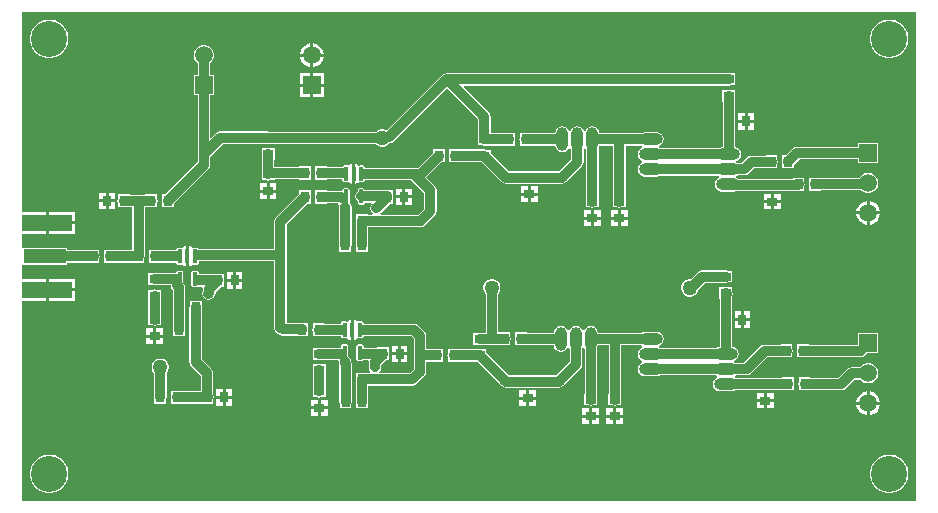
<source format=gbr>
%TF.GenerationSoftware,Altium Limited,Altium Designer,22.7.1 (60)*%
G04 Layer_Physical_Order=1*
G04 Layer_Color=255*
%FSLAX45Y45*%
%MOMM*%
%TF.SameCoordinates,8DF05635-03F1-411C-9BC5-7CD19558B576*%
%TF.FilePolarity,Positive*%
%TF.FileFunction,Copper,L1,Top,Signal*%
%TF.Part,Single*%
G01*
G75*
%TA.AperFunction,SMDPad,CuDef*%
%ADD10R,0.80000X0.90000*%
%ADD11R,0.90000X0.80000*%
%TA.AperFunction,ConnectorPad*%
%ADD12R,4.20000X1.35000*%
%ADD13R,3.60000X1.27000*%
%TA.AperFunction,SMDPad,CuDef*%
G04:AMPARAMS|DCode=14|XSize=1.19mm|YSize=0.4mm|CornerRadius=0.05mm|HoleSize=0mm|Usage=FLASHONLY|Rotation=270.000|XOffset=0mm|YOffset=0mm|HoleType=Round|Shape=RoundedRectangle|*
%AMROUNDEDRECTD14*
21,1,1.19000,0.30000,0,0,270.0*
21,1,1.09000,0.40000,0,0,270.0*
1,1,0.10000,-0.15000,-0.54500*
1,1,0.10000,-0.15000,0.54500*
1,1,0.10000,0.15000,0.54500*
1,1,0.10000,0.15000,-0.54500*
%
%ADD14ROUNDEDRECTD14*%
%TA.AperFunction,Conductor*%
%ADD15C,0.83820*%
%TA.AperFunction,ComponentPad*%
%ADD16R,1.50000X1.50000*%
%ADD17C,1.50000*%
%TA.AperFunction,WasherPad*%
%ADD18C,3.04800*%
%TA.AperFunction,ComponentPad*%
%ADD19O,2.00000X1.00000*%
%ADD20O,2.00000X1.00000*%
%ADD21O,1.00000X2.00000*%
%ADD22O,1.00000X2.00000*%
%TA.AperFunction,ViaPad*%
%ADD23C,1.27000*%
%ADD24C,0.71120*%
G36*
X10134104Y2565896D02*
X2565896D01*
Y4260100D01*
X2763200D01*
Y4353000D01*
Y4445900D01*
X2565896D01*
Y4561840D01*
X2946060D01*
Y4582410D01*
X3118340D01*
Y4580340D01*
X3218660D01*
Y4620769D01*
X3221590Y4635500D01*
X3218660Y4650231D01*
Y4690660D01*
X3118340D01*
Y4688590D01*
X2946060D01*
Y4709160D01*
X2565896D01*
Y4825100D01*
X2763200D01*
Y4918000D01*
Y5010900D01*
X2565896D01*
Y6705104D01*
X10134104D01*
Y2565896D01*
D02*
G37*
%LPC*%
G36*
X5029718Y6437700D02*
X5029200D01*
Y6350000D01*
X5116900D01*
Y6350518D01*
X5110058Y6376053D01*
X5096840Y6398947D01*
X5078147Y6417640D01*
X5055253Y6430858D01*
X5029718Y6437700D01*
D02*
G37*
G36*
X5003800D02*
X5003282D01*
X4977747Y6430858D01*
X4954853Y6417640D01*
X4936160Y6398947D01*
X4922942Y6376053D01*
X4916100Y6350518D01*
Y6350000D01*
X5003800D01*
Y6437700D01*
D02*
G37*
G36*
X9922011Y6639560D02*
X9889989D01*
X9858583Y6633313D01*
X9828999Y6621059D01*
X9802374Y6603269D01*
X9779731Y6580626D01*
X9761941Y6554001D01*
X9749687Y6524417D01*
X9743440Y6493011D01*
Y6460989D01*
X9749687Y6429583D01*
X9761941Y6399999D01*
X9779731Y6373374D01*
X9802374Y6350731D01*
X9828999Y6332941D01*
X9858583Y6320687D01*
X9889989Y6314440D01*
X9922011D01*
X9953417Y6320687D01*
X9983001Y6332941D01*
X10009626Y6350731D01*
X10032269Y6373374D01*
X10050059Y6399999D01*
X10062313Y6429583D01*
X10068560Y6460989D01*
Y6493011D01*
X10062313Y6524417D01*
X10050059Y6554001D01*
X10032269Y6580626D01*
X10009626Y6603269D01*
X9983001Y6621059D01*
X9953417Y6633313D01*
X9922011Y6639560D01*
D02*
G37*
G36*
X2810011D02*
X2777989D01*
X2746583Y6633313D01*
X2716999Y6621059D01*
X2690374Y6603269D01*
X2667731Y6580626D01*
X2649941Y6554001D01*
X2637687Y6524417D01*
X2631440Y6493011D01*
Y6460989D01*
X2637687Y6429583D01*
X2649941Y6399999D01*
X2667731Y6373374D01*
X2690374Y6350731D01*
X2716999Y6332941D01*
X2746583Y6320687D01*
X2777989Y6314440D01*
X2810011D01*
X2841417Y6320687D01*
X2871001Y6332941D01*
X2897626Y6350731D01*
X2920269Y6373374D01*
X2938059Y6399999D01*
X2950313Y6429583D01*
X2956560Y6460989D01*
Y6493011D01*
X2950313Y6524417D01*
X2938059Y6554001D01*
X2920269Y6580626D01*
X2897626Y6603269D01*
X2871001Y6621059D01*
X2841417Y6633313D01*
X2810011Y6639560D01*
D02*
G37*
G36*
X5116900Y6324600D02*
X5029200D01*
Y6236900D01*
X5029718D01*
X5055253Y6243742D01*
X5078147Y6256960D01*
X5096840Y6275653D01*
X5110058Y6298547D01*
X5116900Y6324082D01*
Y6324600D01*
D02*
G37*
G36*
X5003800D02*
X4916100D01*
Y6324082D01*
X4922942Y6298547D01*
X4936160Y6275653D01*
X4954853Y6256960D01*
X4977747Y6243742D01*
X5003282Y6236900D01*
X5003800D01*
Y6324600D01*
D02*
G37*
G36*
X5116900Y6183700D02*
X5029200D01*
Y6096000D01*
X5116900D01*
Y6183700D01*
D02*
G37*
G36*
X5003800D02*
X4916100D01*
Y6096000D01*
X5003800D01*
Y6183700D01*
D02*
G37*
G36*
X5116900Y6070600D02*
X5029200D01*
Y5982900D01*
X5116900D01*
Y6070600D01*
D02*
G37*
G36*
X5003800D02*
X4916100D01*
Y5982900D01*
X5003800D01*
Y6070600D01*
D02*
G37*
G36*
X8758700Y5848900D02*
X8706000D01*
Y5791201D01*
X8758700D01*
Y5848900D01*
D02*
G37*
G36*
X8680600D02*
X8627900D01*
Y5791201D01*
X8680600D01*
Y5848900D01*
D02*
G37*
G36*
X8758700Y5765801D02*
X8706000D01*
Y5708100D01*
X8758700D01*
Y5765801D01*
D02*
G37*
G36*
X8680600D02*
X8627900D01*
Y5708100D01*
X8680600D01*
Y5765801D01*
D02*
G37*
G36*
X4113312Y6422460D02*
X4090888D01*
X4069230Y6416656D01*
X4049811Y6405445D01*
X4033955Y6389589D01*
X4022744Y6370170D01*
X4016940Y6348512D01*
Y6326088D01*
X4022744Y6304430D01*
X4033955Y6285011D01*
X4049310Y6269656D01*
Y6168460D01*
X4016940D01*
Y5998140D01*
X4049310D01*
Y5499101D01*
X4049310Y5499100D01*
X4049310Y5499099D01*
Y5433371D01*
X3776498Y5160560D01*
X3747440D01*
Y5121312D01*
X3744510Y5106581D01*
X3744510Y5106579D01*
Y5105400D01*
X3747440Y5090669D01*
Y5050240D01*
X3847760D01*
Y5081660D01*
X4138531Y5372431D01*
X4140221Y5373560D01*
X4151729Y5390783D01*
X4155770Y5411100D01*
X4155490Y5412510D01*
Y5477109D01*
X4264991Y5586610D01*
X4645186D01*
X4647450Y5586160D01*
X4647451Y5586160D01*
X5562169D01*
X5568472Y5579858D01*
X5585268Y5570160D01*
X5604003Y5565140D01*
X5623397D01*
X5642132Y5570160D01*
X5658928Y5579858D01*
X5672642Y5593572D01*
X5672966Y5594132D01*
X5692478Y5598013D01*
X5709702Y5609521D01*
X6159500Y6059319D01*
X6423493Y5795327D01*
Y5677665D01*
X6421423D01*
Y5577345D01*
X6459022D01*
X6477285Y5573712D01*
X6477287Y5573713D01*
X6636240D01*
Y5570940D01*
X6736560D01*
Y5611369D01*
X6739490Y5626100D01*
X6736560Y5640832D01*
Y5681260D01*
X6636240D01*
Y5679893D01*
X6529673D01*
Y5817317D01*
X6525632Y5837634D01*
X6514123Y5854858D01*
X6514122Y5854858D01*
X6299404Y6069577D01*
X6304264Y6081310D01*
X8547100D01*
X8561831Y6084240D01*
X8602260D01*
Y6184560D01*
X8561831D01*
X8547100Y6187490D01*
X6159501D01*
X6159500Y6187490D01*
X6139183Y6183449D01*
X6121960Y6171940D01*
X5651849Y5701830D01*
X5642132Y5707440D01*
X5623397Y5712460D01*
X5604003D01*
X5585268Y5707440D01*
X5568472Y5697742D01*
X5563069Y5692340D01*
X4649263D01*
X4647000Y5692790D01*
X4646998Y5692790D01*
X4243000D01*
X4222683Y5688749D01*
X4205460Y5677241D01*
X4205459Y5677240D01*
X4167223Y5639004D01*
X4155490Y5643864D01*
Y5998140D01*
X4187260D01*
Y6168460D01*
X4155490D01*
Y6270256D01*
X4170245Y6285011D01*
X4181456Y6304430D01*
X4187260Y6326088D01*
Y6348512D01*
X4181456Y6370170D01*
X4170245Y6389589D01*
X4154389Y6405445D01*
X4134970Y6416656D01*
X4113312Y6422460D01*
D02*
G37*
G36*
X8547100Y6047490D02*
X8532369Y6044560D01*
X8491940D01*
Y5944240D01*
X8494010D01*
Y5778500D01*
Y5560438D01*
X8489626D01*
X8466152Y5555769D01*
X8460796Y5552190D01*
X7965530D01*
X7960173Y5555769D01*
X7958383Y5556126D01*
Y5569074D01*
X7960173Y5569431D01*
X7980073Y5582727D01*
X7993370Y5602627D01*
X7998039Y5626100D01*
X7993370Y5649573D01*
X7980073Y5669473D01*
X7960173Y5682769D01*
X7936700Y5687438D01*
X7836700D01*
X7813227Y5682769D01*
X7807870Y5679190D01*
X7452124D01*
X7448069Y5699573D01*
X7434773Y5719473D01*
X7414873Y5732770D01*
X7391400Y5737439D01*
X7367927Y5732770D01*
X7348027Y5719473D01*
X7334731Y5699573D01*
X7334374Y5697783D01*
X7321426D01*
X7321069Y5699573D01*
X7307773Y5719473D01*
X7287873Y5732769D01*
X7264400Y5737438D01*
X7240927Y5732769D01*
X7221027Y5719473D01*
X7207731Y5699573D01*
X7207374Y5697783D01*
X7194426D01*
X7194069Y5699573D01*
X7180773Y5719473D01*
X7160873Y5732770D01*
X7137400Y5737439D01*
X7113927Y5732770D01*
X7094027Y5719473D01*
X7080731Y5699573D01*
X7076676Y5679190D01*
X6876560D01*
Y5681260D01*
X6776240D01*
Y5640832D01*
X6773310Y5626100D01*
X6776240Y5611369D01*
Y5570940D01*
X6876560D01*
Y5573010D01*
X7076676D01*
X7080731Y5552627D01*
X7094027Y5532727D01*
X7113927Y5519430D01*
X7137400Y5514761D01*
X7160873Y5519430D01*
X7180773Y5532727D01*
X7191233Y5548381D01*
X7204354Y5549824D01*
X7206008Y5549374D01*
X7211310Y5543347D01*
Y5457591D01*
X7109209Y5355490D01*
X6684859D01*
X6531743Y5508607D01*
Y5537665D01*
X6492495D01*
X6477763Y5540596D01*
X6477762Y5540595D01*
X6476725D01*
X6476548Y5540631D01*
X6476546Y5540631D01*
X6280997D01*
Y5542736D01*
X6180677D01*
Y5502307D01*
X6177747Y5487576D01*
X6180677Y5472844D01*
Y5432416D01*
X6280997D01*
Y5434450D01*
X6455737D01*
X6625327Y5264860D01*
X6625328Y5264860D01*
X6642552Y5253351D01*
X6662868Y5249310D01*
X6662870Y5249310D01*
X7131199D01*
X7131200Y5249310D01*
X7151517Y5253351D01*
X7168741Y5264860D01*
X7301940Y5398059D01*
X7301940Y5398060D01*
X7313449Y5415283D01*
X7317490Y5435600D01*
Y5547270D01*
X7318232Y5548381D01*
X7331355Y5549824D01*
X7333007Y5549374D01*
X7338310Y5543347D01*
Y5149360D01*
X7336240D01*
Y5049040D01*
X7376669D01*
X7391400Y5046110D01*
X7406131Y5049040D01*
X7446560D01*
Y5149360D01*
X7444490D01*
Y5547270D01*
X7448069Y5552627D01*
X7452124Y5573010D01*
X7566910D01*
Y5149360D01*
X7564840D01*
Y5049040D01*
X7605269D01*
X7620000Y5046110D01*
X7634731Y5049040D01*
X7675160D01*
Y5149360D01*
X7673090D01*
Y5573010D01*
X7807870D01*
X7813227Y5569431D01*
X7815017Y5569074D01*
Y5556126D01*
X7813227Y5555769D01*
X7793327Y5542473D01*
X7780031Y5522573D01*
X7775362Y5499100D01*
X7780031Y5475627D01*
X7793327Y5455727D01*
X7813227Y5442431D01*
X7815017Y5442074D01*
Y5429126D01*
X7813227Y5428769D01*
X7793327Y5415473D01*
X7780030Y5395573D01*
X7775361Y5372100D01*
X7780030Y5348627D01*
X7793327Y5328727D01*
X7813227Y5315431D01*
X7836700Y5310762D01*
X7936700D01*
X7960173Y5315431D01*
X7965530Y5319010D01*
X8460796D01*
X8466153Y5315431D01*
X8467943Y5315074D01*
Y5302126D01*
X8466152Y5301769D01*
X8446253Y5288473D01*
X8432956Y5268573D01*
X8428287Y5245100D01*
X8432956Y5221627D01*
X8446253Y5201727D01*
X8466152Y5188431D01*
X8489626Y5183762D01*
X8589626D01*
X8600064Y5185838D01*
X8600204Y5185810D01*
X8600205Y5185810D01*
X9132479D01*
X9132480Y5185810D01*
X9152797Y5189851D01*
X9152930Y5189940D01*
X9187660D01*
Y5229189D01*
X9190590Y5243920D01*
Y5245100D01*
X9187660Y5259831D01*
Y5300260D01*
X9087340D01*
Y5291990D01*
X8627735D01*
X8613099Y5301769D01*
X8611309Y5302126D01*
Y5315074D01*
X8613099Y5315431D01*
X8623089Y5322106D01*
X8678945D01*
X8678946Y5322105D01*
X8699263Y5326147D01*
X8716487Y5337655D01*
X8761341Y5382510D01*
X8858740D01*
Y5380440D01*
X8959060D01*
Y5420869D01*
X8961990Y5435600D01*
X8959060Y5450331D01*
Y5490760D01*
X8858740D01*
Y5488690D01*
X8739351D01*
X8739350Y5488690D01*
X8719033Y5484649D01*
X8701810Y5473140D01*
X8701809Y5473139D01*
X8656955Y5428286D01*
X8613823D01*
X8613099Y5428769D01*
X8611309Y5429126D01*
Y5442074D01*
X8613099Y5442431D01*
X8632999Y5455727D01*
X8646295Y5475627D01*
X8650964Y5499100D01*
X8646295Y5522573D01*
X8632999Y5542473D01*
X8613099Y5555769D01*
X8600190Y5558337D01*
Y5723340D01*
X8603460D01*
Y5833660D01*
X8600190D01*
Y5944240D01*
X8602260D01*
Y6044560D01*
X8561831D01*
X8547100Y6047490D01*
D02*
G37*
G36*
X9813360Y5596960D02*
X9643040D01*
Y5564890D01*
X9125100D01*
X9104783Y5560849D01*
X9087560Y5549340D01*
X9028979Y5490760D01*
X8998740D01*
Y5451512D01*
X8995810Y5436780D01*
X8995810Y5436779D01*
Y5435600D01*
X8998740Y5420869D01*
Y5380440D01*
X9099060D01*
Y5410679D01*
X9147091Y5458710D01*
X9643040D01*
Y5426640D01*
X9813360D01*
Y5596960D01*
D02*
G37*
G36*
X5358200Y5420996D02*
X5355900D01*
X5344038Y5418636D01*
X5333983Y5411917D01*
X5328264Y5403359D01*
X5320900Y5406409D01*
X5290900D01*
X5279297Y5401603D01*
X5276226Y5394190D01*
X5148160D01*
Y5396260D01*
X5047840D01*
Y5355832D01*
X5044910Y5341100D01*
X5047840Y5326369D01*
Y5285940D01*
X5148160D01*
Y5288010D01*
X5274491D01*
Y5281000D01*
X5279297Y5269397D01*
X5290900Y5264591D01*
X5320900D01*
X5328264Y5267641D01*
X5333983Y5259083D01*
X5344038Y5252364D01*
X5355900Y5250004D01*
X5358200D01*
Y5335500D01*
Y5420996D01*
D02*
G37*
G36*
X6140997Y5542736D02*
X6040677D01*
Y5511316D01*
X5916451Y5387090D01*
X5880401D01*
X5880400Y5387090D01*
X5880399Y5387090D01*
X5467309D01*
Y5390000D01*
X5462503Y5401603D01*
X5450900Y5406409D01*
X5420900D01*
X5413536Y5403359D01*
X5407817Y5411917D01*
X5397761Y5418636D01*
X5385900Y5420996D01*
X5383600D01*
Y5335500D01*
Y5250004D01*
X5385900D01*
X5397761Y5252364D01*
X5407817Y5259083D01*
X5413536Y5267641D01*
X5420900Y5264591D01*
X5450900D01*
X5462503Y5269397D01*
X5467272Y5280910D01*
X5858409D01*
X5967010Y5172309D01*
Y5038491D01*
X5916309Y4987790D01*
X5598502D01*
X5594650Y5000490D01*
X5600440Y5004360D01*
X5678820Y5082740D01*
X5706660D01*
Y5193060D01*
X5668648D01*
X5650900Y5196590D01*
X5467309D01*
Y5198000D01*
X5462503Y5209603D01*
X5450900Y5214409D01*
X5420900D01*
X5409297Y5209603D01*
X5404491Y5198000D01*
Y5185137D01*
X5398360Y5181040D01*
X5386851Y5163817D01*
X5382810Y5143500D01*
X5386851Y5123183D01*
X5398360Y5105960D01*
X5404491Y5101863D01*
Y5089000D01*
X5409297Y5077397D01*
X5420900Y5072591D01*
X5450900D01*
X5462503Y5077397D01*
X5467309Y5089000D01*
Y5090410D01*
X5520657D01*
X5524203Y5077710D01*
X5513851Y5062217D01*
X5509810Y5041900D01*
X5513851Y5021583D01*
X5525360Y5004360D01*
X5531150Y5000490D01*
X5527298Y4987790D01*
X5491060D01*
Y4989860D01*
X5390740D01*
Y4949432D01*
X5387810Y4934700D01*
Y4731500D01*
X5390740Y4716769D01*
Y4676340D01*
X5491060D01*
Y4716769D01*
X5493990Y4731500D01*
Y4881610D01*
X5938299D01*
X5938300Y4881610D01*
X5958617Y4885651D01*
X5975841Y4897160D01*
X6057640Y4978960D01*
X6069149Y4996183D01*
X6073190Y5016500D01*
X6073190Y5016501D01*
Y5194300D01*
X6069149Y5214617D01*
X6057640Y5231840D01*
X6057640Y5231841D01*
X5984502Y5304979D01*
X6111938Y5432416D01*
X6140997D01*
Y5471664D01*
X6143928Y5486395D01*
X6143927Y5486397D01*
Y5487576D01*
X6140997Y5502307D01*
Y5542736D01*
D02*
G37*
G36*
X4647000Y5552791D02*
X4632268Y5549860D01*
X4591840D01*
Y5449540D01*
X4593910D01*
Y5378560D01*
X4591840D01*
Y5278240D01*
X4632269D01*
X4647000Y5275310D01*
X4648179D01*
X4648180Y5275310D01*
X4662912Y5278240D01*
X4702160D01*
Y5288010D01*
X4907840D01*
Y5285940D01*
X5008160D01*
Y5326369D01*
X5011090Y5341100D01*
X5008160Y5355832D01*
Y5396260D01*
X4907840D01*
Y5394190D01*
X4700090D01*
Y5449540D01*
X4702160D01*
Y5549860D01*
X4661731D01*
X4647000Y5552791D01*
D02*
G37*
G36*
X4717400Y5253800D02*
X4659700D01*
Y5201100D01*
X4717400D01*
Y5253800D01*
D02*
G37*
G36*
X4634300D02*
X4576600D01*
Y5201100D01*
X4634300D01*
Y5253800D01*
D02*
G37*
G36*
X5320900Y5214409D02*
X5290900D01*
X5279297Y5209603D01*
X5274491Y5198000D01*
X5265510Y5190630D01*
X5263700Y5190991D01*
X5263698Y5190990D01*
X5148160D01*
Y5193060D01*
X5047840D01*
Y5152632D01*
X5044910Y5137900D01*
X5047840Y5123169D01*
Y5082740D01*
X5148160D01*
Y5084810D01*
X5238487D01*
X5241768Y5081063D01*
X5246654Y5072421D01*
X5243110Y5054600D01*
X5247151Y5034283D01*
X5247810Y5033297D01*
Y4934700D01*
Y4731500D01*
X5250740Y4716769D01*
Y4676340D01*
X5351060D01*
Y4716769D01*
X5353990Y4731500D01*
Y4934700D01*
Y5049899D01*
X5353990Y5049900D01*
X5349949Y5070217D01*
X5338440Y5087440D01*
X5338440Y5087441D01*
X5337183Y5088697D01*
X5337309Y5089000D01*
Y5198000D01*
X5332503Y5209603D01*
X5320900Y5214409D01*
D02*
G37*
G36*
X6928400Y5227800D02*
X6870700D01*
Y5175100D01*
X6928400D01*
Y5227800D01*
D02*
G37*
G36*
X6845300D02*
X6787600D01*
Y5175100D01*
X6845300D01*
Y5227800D01*
D02*
G37*
G36*
X9739412Y5342960D02*
X9716988D01*
X9695330Y5337156D01*
X9675911Y5325945D01*
X9660055Y5310089D01*
X9654970Y5301281D01*
X9279410D01*
X9274279Y5300260D01*
X9227340D01*
Y5261012D01*
X9224410Y5246281D01*
X9224410Y5246280D01*
Y5245100D01*
X9227340Y5230369D01*
Y5189940D01*
X9327660D01*
Y5195101D01*
X9670465D01*
X9675911Y5189655D01*
X9695330Y5178444D01*
X9716988Y5172640D01*
X9739412D01*
X9761070Y5178444D01*
X9780489Y5189655D01*
X9796345Y5205511D01*
X9807556Y5224930D01*
X9813360Y5246588D01*
Y5269012D01*
X9807556Y5290670D01*
X9796345Y5310089D01*
X9780489Y5325945D01*
X9761070Y5337156D01*
X9739412Y5342960D01*
D02*
G37*
G36*
X5861900Y5208300D02*
X5809199D01*
Y5150600D01*
X5861900D01*
Y5208300D01*
D02*
G37*
G36*
X5783799D02*
X5731100D01*
Y5150600D01*
X5783799D01*
Y5208300D01*
D02*
G37*
G36*
X4717400Y5175700D02*
X4659700D01*
Y5123000D01*
X4717400D01*
Y5175700D01*
D02*
G37*
G36*
X4634300D02*
X4576600D01*
Y5123000D01*
X4634300D01*
Y5175700D01*
D02*
G37*
G36*
X3348500Y5175800D02*
X3295800D01*
Y5118100D01*
X3348500D01*
Y5175800D01*
D02*
G37*
G36*
X3270400D02*
X3217700D01*
Y5118100D01*
X3270400D01*
Y5175800D01*
D02*
G37*
G36*
X8985800Y5164300D02*
X8928100D01*
Y5111600D01*
X8985800D01*
Y5164300D01*
D02*
G37*
G36*
X8902700D02*
X8845000D01*
Y5111600D01*
X8902700D01*
Y5164300D01*
D02*
G37*
G36*
X6928400Y5149700D02*
X6870700D01*
Y5097000D01*
X6928400D01*
Y5149700D01*
D02*
G37*
G36*
X6845300D02*
X6787600D01*
Y5097000D01*
X6845300D01*
Y5149700D01*
D02*
G37*
G36*
X5861900Y5125200D02*
X5809199D01*
Y5067500D01*
X5861900D01*
Y5125200D01*
D02*
G37*
G36*
X5783799D02*
X5731100D01*
Y5067500D01*
X5783799D01*
Y5125200D01*
D02*
G37*
G36*
X3348500Y5092700D02*
X3295800D01*
Y5035000D01*
X3348500D01*
Y5092700D01*
D02*
G37*
G36*
X3270400D02*
X3217700D01*
Y5035000D01*
X3270400D01*
Y5092700D01*
D02*
G37*
G36*
X8985800Y5086200D02*
X8928100D01*
Y5033500D01*
X8985800D01*
Y5086200D01*
D02*
G37*
G36*
X8902700D02*
X8845000D01*
Y5033500D01*
X8902700D01*
Y5086200D01*
D02*
G37*
G36*
X9741418Y5104200D02*
X9740900D01*
Y5016500D01*
X9828600D01*
Y5017018D01*
X9821758Y5042553D01*
X9808540Y5065447D01*
X9789847Y5084140D01*
X9766953Y5097358D01*
X9741418Y5104200D01*
D02*
G37*
G36*
X9715500D02*
X9714982D01*
X9689447Y5097358D01*
X9666553Y5084140D01*
X9647860Y5065447D01*
X9634642Y5042553D01*
X9627800Y5017018D01*
Y5016500D01*
X9715500D01*
Y5104200D01*
D02*
G37*
G36*
X7690400Y5024600D02*
X7632700D01*
Y4971900D01*
X7690400D01*
Y5024600D01*
D02*
G37*
G36*
X7461800D02*
X7404100D01*
Y4971900D01*
X7461800D01*
Y5024600D01*
D02*
G37*
G36*
X7607300D02*
X7549600D01*
Y4971900D01*
X7607300D01*
Y5024600D01*
D02*
G37*
G36*
X7378700D02*
X7321000D01*
Y4971900D01*
X7378700D01*
Y5024600D01*
D02*
G37*
G36*
X3011300Y5010900D02*
X2788600D01*
Y4930700D01*
X3011300D01*
Y5010900D01*
D02*
G37*
G36*
X9828600Y4991100D02*
X9740900D01*
Y4903400D01*
X9741418D01*
X9766953Y4910242D01*
X9789847Y4923460D01*
X9808540Y4942153D01*
X9821758Y4965047D01*
X9828600Y4990582D01*
Y4991100D01*
D02*
G37*
G36*
X9715500D02*
X9627800D01*
Y4990582D01*
X9634642Y4965047D01*
X9647860Y4942153D01*
X9666553Y4923460D01*
X9689447Y4910242D01*
X9714982Y4903400D01*
X9715500D01*
Y4991100D01*
D02*
G37*
G36*
X7690400Y4946500D02*
X7632700D01*
Y4893800D01*
X7690400D01*
Y4946500D01*
D02*
G37*
G36*
X7607300D02*
X7549600D01*
Y4893800D01*
X7607300D01*
Y4946500D01*
D02*
G37*
G36*
X7461800D02*
X7404100D01*
Y4893800D01*
X7461800D01*
Y4946500D01*
D02*
G37*
G36*
X7378700D02*
X7321000D01*
Y4893800D01*
X7378700D01*
Y4946500D01*
D02*
G37*
G36*
X3011300Y4905300D02*
X2788600D01*
Y4825100D01*
X3011300D01*
Y4905300D01*
D02*
G37*
G36*
X3950959Y4721505D02*
X3948660D01*
X3936798Y4719146D01*
X3926742Y4712427D01*
X3921024Y4703868D01*
X3913659Y4706919D01*
X3883659D01*
X3872057Y4702113D01*
X3867250Y4690510D01*
Y4688590D01*
X3739960D01*
Y4690660D01*
X3639640D01*
Y4650231D01*
X3636710Y4635500D01*
X3639640Y4620769D01*
Y4580340D01*
X3739960D01*
Y4582410D01*
X3867250D01*
Y4581510D01*
X3872057Y4569907D01*
X3883659Y4565101D01*
X3913659D01*
X3921024Y4568151D01*
X3926742Y4559593D01*
X3936798Y4552874D01*
X3948660Y4550514D01*
X3950959D01*
Y4636010D01*
Y4721505D01*
D02*
G37*
G36*
X5008160Y5193060D02*
X4907840D01*
Y5161641D01*
X4712260Y4966060D01*
X4700751Y4948837D01*
X4696710Y4928520D01*
X4696710Y4928519D01*
Y4701290D01*
X4064000D01*
X4056243Y4699747D01*
X4055263Y4702113D01*
X4043660Y4706919D01*
X4013660D01*
X4006295Y4703868D01*
X4000577Y4712427D01*
X3990521Y4719146D01*
X3978660Y4721505D01*
X3976359D01*
Y4636010D01*
Y4550514D01*
X3978660D01*
X3990521Y4552874D01*
X4000577Y4559593D01*
X4006295Y4568151D01*
X4013660Y4565101D01*
X4043660D01*
X4055263Y4569907D01*
X4060069Y4581510D01*
Y4591884D01*
X4064000Y4595110D01*
X4696710D01*
Y4025900D01*
X4700751Y4005583D01*
X4712260Y3988360D01*
X4729483Y3976851D01*
X4739326Y3974893D01*
X4750777Y3967241D01*
X4771094Y3963200D01*
X4771095Y3963200D01*
X4883640D01*
Y3958040D01*
X4983960D01*
Y3998469D01*
X4986890Y4013200D01*
Y4014381D01*
X4983960Y4029112D01*
Y4068360D01*
X4937021D01*
X4931890Y4069381D01*
X4931889Y4069380D01*
X4802890D01*
Y4648200D01*
Y4906529D01*
X4979101Y5082740D01*
X5008160D01*
Y5121988D01*
X5011090Y5136720D01*
X5011090Y5136721D01*
Y5137900D01*
X5008160Y5152632D01*
Y5193060D01*
D02*
G37*
G36*
X3473260Y5160560D02*
X3372940D01*
Y5120132D01*
X3370010Y5105400D01*
X3372940Y5090669D01*
Y5050240D01*
X3473260D01*
Y5052310D01*
X3496710D01*
Y4688590D01*
X3358660D01*
Y4690660D01*
X3258340D01*
Y4650231D01*
X3255410Y4635500D01*
X3258340Y4620769D01*
Y4580340D01*
X3358660D01*
Y4582410D01*
X3499640D01*
Y4580340D01*
X3599960D01*
Y4620769D01*
X3602890Y4635500D01*
Y5039425D01*
X3607440Y5050240D01*
X3707760D01*
Y5090669D01*
X3710690Y5105400D01*
X3707760Y5120131D01*
Y5160560D01*
X3607440D01*
Y5158490D01*
X3556301D01*
X3556300Y5158490D01*
X3556299Y5158490D01*
X3473260D01*
Y5160560D01*
D02*
G37*
G36*
X4428300Y4502700D02*
X4375600D01*
Y4445000D01*
X4428300D01*
Y4502700D01*
D02*
G37*
G36*
X4350200D02*
X4297500D01*
Y4445000D01*
X4350200D01*
Y4502700D01*
D02*
G37*
G36*
X8323985Y4517290D02*
X8303668Y4513249D01*
X8286444Y4501741D01*
X8227044Y4442340D01*
X8226597Y4442460D01*
X8207203D01*
X8188468Y4437440D01*
X8171672Y4427742D01*
X8157958Y4414028D01*
X8148260Y4397232D01*
X8143240Y4378497D01*
Y4359103D01*
X8148260Y4340368D01*
X8157958Y4323572D01*
X8171672Y4309858D01*
X8188468Y4300160D01*
X8207203Y4295140D01*
X8226597D01*
X8245332Y4300160D01*
X8262128Y4309858D01*
X8275842Y4323572D01*
X8285540Y4340368D01*
X8289313Y4354447D01*
X8345975Y4411110D01*
X8521700D01*
X8536431Y4414040D01*
X8576860D01*
Y4514360D01*
X8536431D01*
X8521700Y4517290D01*
X8323986D01*
X8323985Y4517290D01*
D02*
G37*
G36*
X3011300Y4445900D02*
X2788600D01*
Y4365700D01*
X3011300D01*
Y4445900D01*
D02*
G37*
G36*
X4428300Y4419600D02*
X4375600D01*
Y4361900D01*
X4428300D01*
Y4419600D01*
D02*
G37*
G36*
X4350200D02*
X4297500D01*
Y4361900D01*
X4350200D01*
Y4419600D01*
D02*
G37*
G36*
X4043660Y4514919D02*
X4013660D01*
X4002057Y4510113D01*
X3997251Y4498510D01*
Y4389510D01*
X4002057Y4377907D01*
X4013660Y4373100D01*
X4043660D01*
X4055263Y4377907D01*
X4055802Y4379210D01*
X4087144D01*
X4097567Y4366509D01*
X4095672Y4356981D01*
X4095672Y4356980D01*
Y4345904D01*
X4091451Y4339587D01*
X4087410Y4319270D01*
X4091451Y4298954D01*
X4102960Y4281730D01*
X4120183Y4270221D01*
X4140500Y4266180D01*
X4160817Y4270221D01*
X4178040Y4281730D01*
X4186302Y4289992D01*
X4197811Y4307215D01*
X4201852Y4327532D01*
Y4334990D01*
X4244001Y4377140D01*
X4273060D01*
Y4416388D01*
X4275990Y4431119D01*
Y4432300D01*
X4273060Y4447031D01*
Y4487460D01*
X4172740D01*
Y4485390D01*
X4060069D01*
Y4498510D01*
X4055263Y4510113D01*
X4043660Y4514919D01*
D02*
G37*
G36*
X3011300Y4340300D02*
X2788600D01*
Y4260100D01*
X3011300D01*
Y4340300D01*
D02*
G37*
G36*
X8727216Y4169246D02*
X8674517D01*
Y4111547D01*
X8727216D01*
Y4169246D01*
D02*
G37*
G36*
X8649117D02*
X8596416D01*
Y4111547D01*
X8649117D01*
Y4169246D01*
D02*
G37*
G36*
X5346700Y4098696D02*
X5344400D01*
X5332538Y4096336D01*
X5322483Y4089617D01*
X5316764Y4081059D01*
X5309400Y4084109D01*
X5279400D01*
X5267797Y4079303D01*
X5262991Y4067700D01*
Y4066290D01*
X5123960D01*
Y4068360D01*
X5023640D01*
Y4027931D01*
X5020710Y4013200D01*
X5023640Y3998469D01*
Y3958040D01*
X5123960D01*
Y3960110D01*
X5262991D01*
Y3958700D01*
X5267797Y3947097D01*
X5279400Y3942291D01*
X5309400D01*
X5316764Y3945341D01*
X5322483Y3936783D01*
X5332538Y3930064D01*
X5344400Y3927704D01*
X5346700D01*
Y4013200D01*
Y4098696D01*
D02*
G37*
G36*
X3686407Y4356162D02*
X3671676Y4353232D01*
X3631247D01*
Y4252913D01*
X3633317D01*
Y4150490D01*
X3631247D01*
Y4050170D01*
X3671676D01*
X3686407Y4047240D01*
X3701138Y4050170D01*
X3741567D01*
Y4150490D01*
X3739497D01*
Y4252913D01*
X3741567D01*
Y4353232D01*
X3701138D01*
X3686407Y4356162D01*
D02*
G37*
G36*
X8727216Y4086147D02*
X8674517D01*
Y4028447D01*
X8727216D01*
Y4086147D01*
D02*
G37*
G36*
X8649117D02*
X8596416D01*
Y4028447D01*
X8649117D01*
Y4086147D01*
D02*
G37*
G36*
X3756807Y4025730D02*
X3699107D01*
Y3973030D01*
X3756807D01*
Y4025730D01*
D02*
G37*
G36*
X3673707D02*
X3616007D01*
Y3973030D01*
X3673707D01*
Y4025730D01*
D02*
G37*
G36*
X3913659Y4514919D02*
X3883659D01*
X3872057Y4510113D01*
X3867250Y4498510D01*
Y4496787D01*
X3864109Y4496162D01*
X3686407D01*
X3671676Y4493232D01*
X3631247D01*
Y4392912D01*
X3671676D01*
X3686407Y4389982D01*
X3820996D01*
X3824751Y4371104D01*
X3836260Y4353880D01*
X3837700Y4352440D01*
Y4205611D01*
X3837700Y4205610D01*
X3839610Y4196008D01*
Y4013200D01*
X3842540Y3998469D01*
Y3958040D01*
X3942860D01*
Y3998469D01*
X3945790Y4013200D01*
Y4203700D01*
X3943880Y4213302D01*
Y4374430D01*
X3939839Y4394747D01*
X3930069Y4409370D01*
Y4498510D01*
X3925262Y4510113D01*
X3913659Y4514919D01*
D02*
G37*
G36*
X3756807Y3947630D02*
X3699107D01*
Y3894930D01*
X3756807D01*
Y3947630D01*
D02*
G37*
G36*
X3673707D02*
X3616007D01*
Y3894930D01*
X3673707D01*
Y3947630D01*
D02*
G37*
G36*
X9813360Y3984060D02*
X9643040D01*
Y3888821D01*
X9642709Y3888490D01*
X9226060D01*
Y3890560D01*
X9125740D01*
Y3850131D01*
X9122810Y3835400D01*
X9125740Y3820669D01*
Y3780240D01*
X9226060D01*
Y3782310D01*
X9664698D01*
X9664700Y3782309D01*
X9685016Y3786351D01*
X9702240Y3797859D01*
X9718121Y3813740D01*
X9813360D01*
Y3984060D01*
D02*
G37*
G36*
X6550197Y4442460D02*
X6530803D01*
X6512068Y4437440D01*
X6495272Y4427742D01*
X6481558Y4414028D01*
X6471860Y4397232D01*
X6466840Y4378497D01*
Y4359103D01*
X6471860Y4340368D01*
X6481558Y4323572D01*
X6487410Y4317719D01*
Y3990090D01*
X6438900D01*
X6424167Y3987160D01*
X6383740D01*
Y3886840D01*
X6424169D01*
X6438900Y3883910D01*
X6438903Y3883910D01*
X6598140D01*
Y3881840D01*
X6698460D01*
Y3922269D01*
X6701390Y3937000D01*
X6698460Y3951731D01*
Y3992160D01*
X6598140D01*
X6593590Y4002975D01*
Y4317719D01*
X6599442Y4323572D01*
X6609140Y4340368D01*
X6614160Y4359103D01*
Y4378497D01*
X6609140Y4397232D01*
X6599442Y4414028D01*
X6585728Y4427742D01*
X6568932Y4437440D01*
X6550197Y4442460D01*
D02*
G37*
G36*
X8522880Y4377290D02*
X8522879Y4377290D01*
X8521700D01*
X8506969Y4374360D01*
X8466540D01*
Y4274040D01*
X8468610D01*
Y3870724D01*
X8448227Y3866669D01*
X8442870Y3863090D01*
X7965530D01*
X7960173Y3866669D01*
X7958383Y3867026D01*
Y3879974D01*
X7960173Y3880331D01*
X7980073Y3893627D01*
X7993370Y3913527D01*
X7998039Y3937000D01*
X7993370Y3960473D01*
X7980073Y3980373D01*
X7960173Y3993669D01*
X7936700Y3998338D01*
X7836700D01*
X7813227Y3993669D01*
X7807870Y3990090D01*
X7439424D01*
X7435369Y4010473D01*
X7422073Y4030373D01*
X7402173Y4043670D01*
X7378700Y4048339D01*
X7355227Y4043670D01*
X7335327Y4030373D01*
X7322031Y4010473D01*
X7321674Y4008683D01*
X7308726D01*
X7308369Y4010473D01*
X7295073Y4030373D01*
X7275173Y4043669D01*
X7251700Y4048338D01*
X7228227Y4043669D01*
X7208327Y4030373D01*
X7195031Y4010473D01*
X7194674Y4008683D01*
X7181726D01*
X7181369Y4010473D01*
X7168073Y4030373D01*
X7148173Y4043670D01*
X7124700Y4048339D01*
X7101227Y4043670D01*
X7081327Y4030373D01*
X7068031Y4010473D01*
X7063976Y3990090D01*
X6838460D01*
Y3992160D01*
X6738140D01*
Y3951731D01*
X6735210Y3937000D01*
X6738140Y3922269D01*
Y3881840D01*
X6838460D01*
Y3883910D01*
X7063976D01*
X7068031Y3863527D01*
X7081327Y3843627D01*
X7101227Y3830330D01*
X7124700Y3825661D01*
X7148173Y3830330D01*
X7168073Y3843627D01*
X7178533Y3859281D01*
X7191654Y3860724D01*
X7193308Y3860274D01*
X7198610Y3854247D01*
Y3743091D01*
X7083809Y3628290D01*
X6683871D01*
X6494060Y3818101D01*
Y3847160D01*
X6455416D01*
X6439930Y3850240D01*
X6439929Y3850240D01*
X6266960D01*
Y3852460D01*
X6166640D01*
Y3812032D01*
X6163710Y3797300D01*
X6166640Y3782569D01*
Y3742140D01*
X6266960D01*
Y3744060D01*
X6417939D01*
X6624339Y3537660D01*
X6624340Y3537660D01*
X6641564Y3526151D01*
X6661880Y3522110D01*
X6661882Y3522110D01*
X7105799D01*
X7105800Y3522110D01*
X7126117Y3526151D01*
X7143341Y3537660D01*
X7289240Y3683560D01*
X7300749Y3700783D01*
X7304790Y3721100D01*
X7304790Y3721101D01*
Y3858170D01*
X7305532Y3859281D01*
X7318655Y3860724D01*
X7320307Y3860274D01*
X7325610Y3854247D01*
Y3472960D01*
X7323540D01*
Y3372640D01*
X7363969D01*
X7378700Y3369710D01*
X7393431Y3372640D01*
X7433860D01*
Y3472960D01*
X7431790D01*
Y3858170D01*
X7435369Y3863527D01*
X7439424Y3883910D01*
X7528810D01*
Y3472960D01*
X7526740D01*
Y3372640D01*
X7567169D01*
X7581900Y3369710D01*
X7596631Y3372640D01*
X7637060D01*
Y3472960D01*
X7634990D01*
Y3883910D01*
X7807870D01*
X7813227Y3880331D01*
X7815017Y3879974D01*
Y3867026D01*
X7813227Y3866669D01*
X7793327Y3853373D01*
X7780031Y3833473D01*
X7775362Y3810000D01*
X7780031Y3786527D01*
X7793327Y3766627D01*
X7813227Y3753331D01*
X7815017Y3752974D01*
Y3740026D01*
X7813227Y3739669D01*
X7793327Y3726373D01*
X7780030Y3706473D01*
X7775361Y3683000D01*
X7780030Y3659527D01*
X7793327Y3639627D01*
X7813227Y3626331D01*
X7836700Y3621662D01*
X7936700D01*
X7960173Y3626331D01*
X7965530Y3629910D01*
X8442870D01*
X8448227Y3626331D01*
X8450017Y3625974D01*
Y3613026D01*
X8448227Y3612669D01*
X8428327Y3599373D01*
X8415030Y3579473D01*
X8410361Y3556000D01*
X8415030Y3532527D01*
X8428327Y3512627D01*
X8448227Y3499331D01*
X8471700Y3494662D01*
X8571700D01*
X8595173Y3499331D01*
X8600530Y3502910D01*
X8844520D01*
X8846290Y3503262D01*
X8855659Y3501398D01*
X8859460Y3502155D01*
X8998440D01*
Y3500840D01*
X9098760D01*
Y3541269D01*
X9101690Y3556000D01*
X9098760Y3570731D01*
Y3611160D01*
X8998440D01*
Y3608335D01*
X8856416D01*
X8856415Y3608335D01*
X8852366Y3607529D01*
X8844520Y3609090D01*
X8600530D01*
X8599419Y3609833D01*
X8597976Y3622954D01*
X8598426Y3624608D01*
X8604453Y3629910D01*
X8699499D01*
X8699500Y3629910D01*
X8719817Y3633951D01*
X8737040Y3645460D01*
X8873890Y3782310D01*
X8985740D01*
Y3780240D01*
X9086060D01*
Y3820669D01*
X9088990Y3835400D01*
X9086060Y3850131D01*
Y3890560D01*
X8985740D01*
Y3888490D01*
X8851901D01*
X8851900Y3888490D01*
X8831583Y3884449D01*
X8814359Y3872940D01*
X8814359Y3872939D01*
X8677509Y3736090D01*
X8600530D01*
X8595173Y3739669D01*
X8593383Y3740026D01*
Y3752974D01*
X8595173Y3753331D01*
X8615073Y3766627D01*
X8628370Y3786527D01*
X8633039Y3810000D01*
X8628370Y3833473D01*
X8615073Y3853373D01*
X8595173Y3866669D01*
X8574790Y3870724D01*
Y4274040D01*
X8576860D01*
Y4295783D01*
X8578129Y4297683D01*
X8582171Y4318000D01*
X8578129Y4338316D01*
X8576860Y4340217D01*
Y4374360D01*
X8537612D01*
X8522880Y4377290D01*
D02*
G37*
G36*
X5825000Y3880400D02*
X5772300D01*
Y3822700D01*
X5825000D01*
Y3880400D01*
D02*
G37*
G36*
X5746900D02*
X5694200D01*
Y3822700D01*
X5746900D01*
Y3880400D01*
D02*
G37*
G36*
X5825000Y3797300D02*
X5772300D01*
Y3739600D01*
X5825000D01*
Y3797300D01*
D02*
G37*
G36*
X5746900D02*
X5694200D01*
Y3739600D01*
X5746900D01*
Y3797300D01*
D02*
G37*
G36*
X5374400Y4098696D02*
X5372100D01*
Y4013200D01*
Y3927704D01*
X5374400D01*
X5386262Y3930064D01*
X5396317Y3936783D01*
X5402036Y3945341D01*
X5409400Y3942291D01*
X5439400D01*
X5451003Y3947097D01*
X5455809Y3958700D01*
X5458205Y3960666D01*
X5461000Y3960110D01*
X5859808D01*
X5877810Y3942109D01*
Y3784601D01*
X5877810Y3784600D01*
X5877810Y3784599D01*
Y3679591D01*
X5845409Y3647190D01*
X5592143D01*
X5588597Y3659890D01*
X5598949Y3675383D01*
X5602990Y3695700D01*
Y3717128D01*
X5640701Y3754840D01*
X5669760D01*
Y3794088D01*
X5672690Y3808819D01*
X5672690Y3808820D01*
Y3810000D01*
X5669760Y3824731D01*
Y3865160D01*
X5569440D01*
Y3863090D01*
X5455809D01*
Y3875700D01*
X5451003Y3887303D01*
X5439400Y3892109D01*
X5409400D01*
X5397797Y3887303D01*
X5392991Y3875700D01*
Y3766700D01*
X5397797Y3755097D01*
X5409400Y3750291D01*
X5439400D01*
X5451003Y3755097D01*
X5451754Y3756910D01*
X5490339D01*
X5498396Y3747092D01*
X5496810Y3739119D01*
X5496810Y3739118D01*
Y3695700D01*
X5500851Y3675383D01*
X5511203Y3659890D01*
X5507657Y3647190D01*
X5492260D01*
Y3649260D01*
X5391940D01*
Y3608831D01*
X5389010Y3594100D01*
Y3403600D01*
X5391940Y3388869D01*
Y3348440D01*
X5492260D01*
Y3388869D01*
X5495190Y3403600D01*
Y3541010D01*
X5867399D01*
X5867400Y3541010D01*
X5887717Y3545051D01*
X5904941Y3556560D01*
X5968440Y3620060D01*
X5979949Y3637283D01*
X5983990Y3657600D01*
X5983990Y3657601D01*
Y3744210D01*
X6026640D01*
Y3742140D01*
X6126960D01*
Y3782569D01*
X6129890Y3797300D01*
X6126960Y3812031D01*
Y3852460D01*
X6026640D01*
Y3850390D01*
X5983990D01*
Y3964098D01*
X5983990Y3964099D01*
X5979949Y3984416D01*
X5968440Y4001640D01*
X5968440Y4001640D01*
X5919340Y4050740D01*
X5902116Y4062249D01*
X5881799Y4066290D01*
X5881798Y4066290D01*
X5461000D01*
X5458205Y4065734D01*
X5455809Y4067700D01*
X5451003Y4079303D01*
X5439400Y4084109D01*
X5409400D01*
X5402036Y4081059D01*
X5396317Y4089617D01*
X5386262Y4096336D01*
X5374400Y4098696D01*
D02*
G37*
G36*
X9739412Y3730060D02*
X9716988D01*
X9695330Y3724256D01*
X9675911Y3713045D01*
X9660856Y3697990D01*
X9588500D01*
X9568183Y3693949D01*
X9550960Y3682440D01*
X9550959Y3682440D01*
X9477609Y3609090D01*
X9238760D01*
Y3611160D01*
X9138440D01*
Y3570731D01*
X9135510Y3556000D01*
X9138440Y3541269D01*
Y3500840D01*
X9238760D01*
Y3502910D01*
X9499599D01*
X9499600Y3502910D01*
X9519917Y3506951D01*
X9537141Y3518460D01*
X9610491Y3591810D01*
X9660856D01*
X9675911Y3576755D01*
X9695330Y3565544D01*
X9716988Y3559740D01*
X9739412D01*
X9761070Y3565544D01*
X9780489Y3576755D01*
X9796345Y3592611D01*
X9807556Y3612030D01*
X9813360Y3633688D01*
Y3656112D01*
X9807556Y3677770D01*
X9796345Y3697189D01*
X9780489Y3713045D01*
X9761070Y3724256D01*
X9739412Y3730060D01*
D02*
G37*
G36*
X4082860Y4258860D02*
X3982540D01*
Y4218431D01*
X3979610Y4203700D01*
Y4013200D01*
Y3740001D01*
X3979610Y3740000D01*
X3983651Y3719683D01*
X3995160Y3702459D01*
X4074710Y3622909D01*
Y3494790D01*
X3923960D01*
Y3496860D01*
X3823640D01*
Y3456431D01*
X3820710Y3441700D01*
X3823640Y3426969D01*
Y3386540D01*
X3923960D01*
Y3388610D01*
X4083840D01*
Y3386540D01*
X4184160D01*
Y3426969D01*
X4187090Y3441700D01*
X4185180Y3451301D01*
Y3451380D01*
X4184160Y3456509D01*
Y3496860D01*
X4180890D01*
Y3644900D01*
X4176849Y3665217D01*
X4165340Y3682440D01*
X4165340Y3682441D01*
X4085790Y3761991D01*
Y4013200D01*
Y4203700D01*
X4082860Y4218431D01*
Y4258860D01*
D02*
G37*
G36*
X4339400Y3512100D02*
X4286700D01*
Y3454400D01*
X4339400D01*
Y3512100D01*
D02*
G37*
G36*
X4261300D02*
X4208600D01*
Y3454400D01*
X4261300D01*
Y3512100D01*
D02*
G37*
G36*
X6915700Y3500600D02*
X6858000D01*
Y3447900D01*
X6915700D01*
Y3500600D01*
D02*
G37*
G36*
X6832600D02*
X6774900D01*
Y3447900D01*
X6832600D01*
Y3500600D01*
D02*
G37*
G36*
X5080000Y3723390D02*
X5065269Y3720460D01*
X5024840D01*
Y3620140D01*
X5026910D01*
Y3542660D01*
X5024840D01*
Y3442340D01*
X5065269D01*
X5080000Y3439410D01*
X5094731Y3442340D01*
X5135160D01*
Y3542660D01*
X5133090D01*
Y3620140D01*
X5135160D01*
Y3720460D01*
X5094731D01*
X5080000Y3723390D01*
D02*
G37*
G36*
X8926059Y3479889D02*
X8868359D01*
Y3427189D01*
X8926059D01*
Y3479889D01*
D02*
G37*
G36*
X8842959D02*
X8785259D01*
Y3427189D01*
X8842959D01*
Y3479889D01*
D02*
G37*
G36*
X9741418Y3491300D02*
X9740900D01*
Y3403600D01*
X9828600D01*
Y3404118D01*
X9821758Y3429653D01*
X9808540Y3452547D01*
X9789847Y3471240D01*
X9766953Y3484458D01*
X9741418Y3491300D01*
D02*
G37*
G36*
X9715500D02*
X9714982D01*
X9689447Y3484458D01*
X9666553Y3471240D01*
X9647860Y3452547D01*
X9634642Y3429653D01*
X9627800Y3404118D01*
Y3403600D01*
X9715500D01*
Y3491300D01*
D02*
G37*
G36*
X3743497Y3769360D02*
X3724103D01*
X3705368Y3764340D01*
X3688572Y3754642D01*
X3674858Y3740928D01*
X3665160Y3724132D01*
X3660140Y3705397D01*
Y3686003D01*
X3665160Y3667268D01*
X3674858Y3650472D01*
X3680710Y3644619D01*
Y3441700D01*
X3683640Y3426969D01*
Y3386540D01*
X3783960D01*
Y3426969D01*
X3786890Y3441700D01*
Y3644619D01*
X3792742Y3650472D01*
X3802440Y3667268D01*
X3807460Y3686003D01*
Y3705397D01*
X3802440Y3724132D01*
X3792742Y3740928D01*
X3779028Y3754642D01*
X3762232Y3764340D01*
X3743497Y3769360D01*
D02*
G37*
G36*
X4339400Y3429000D02*
X4286700D01*
Y3371300D01*
X4339400D01*
Y3429000D01*
D02*
G37*
G36*
X4261300D02*
X4208600D01*
Y3371300D01*
X4261300D01*
Y3429000D01*
D02*
G37*
G36*
X6915700Y3422500D02*
X6858000D01*
Y3369800D01*
X6915700D01*
Y3422500D01*
D02*
G37*
G36*
X6832600D02*
X6774900D01*
Y3369800D01*
X6832600D01*
Y3422500D01*
D02*
G37*
G36*
X5150400Y3417900D02*
X5092700D01*
Y3365200D01*
X5150400D01*
Y3417900D01*
D02*
G37*
G36*
X5067300D02*
X5009600D01*
Y3365200D01*
X5067300D01*
Y3417900D01*
D02*
G37*
G36*
X8926059Y3401789D02*
X8868359D01*
Y3349089D01*
X8926059D01*
Y3401789D01*
D02*
G37*
G36*
X8842959D02*
X8785259D01*
Y3349089D01*
X8842959D01*
Y3401789D01*
D02*
G37*
G36*
X5309400Y3892109D02*
X5279400D01*
X5267797Y3887303D01*
X5262991Y3875700D01*
Y3863390D01*
X5080000D01*
X5065269Y3860460D01*
X5024840D01*
Y3760140D01*
X5065269D01*
X5080000Y3757210D01*
X5234931D01*
X5242987Y3747393D01*
X5242810Y3746500D01*
Y3733801D01*
X5242810Y3733800D01*
X5246851Y3713483D01*
X5249010Y3710252D01*
Y3594100D01*
Y3403600D01*
X5251940Y3388869D01*
Y3348440D01*
X5352260D01*
Y3388869D01*
X5355190Y3403600D01*
Y3594100D01*
Y3727599D01*
X5355190Y3727600D01*
X5351149Y3747917D01*
X5347674Y3753118D01*
X5344949Y3766817D01*
X5333440Y3784040D01*
X5325809Y3789139D01*
Y3875700D01*
X5321003Y3887303D01*
X5309400Y3892109D01*
D02*
G37*
G36*
X7652300Y3348200D02*
X7594600D01*
Y3295500D01*
X7652300D01*
Y3348200D01*
D02*
G37*
G36*
X7449100D02*
X7391400D01*
Y3295500D01*
X7449100D01*
Y3348200D01*
D02*
G37*
G36*
X7569200D02*
X7511500D01*
Y3295500D01*
X7569200D01*
Y3348200D01*
D02*
G37*
G36*
X7366000D02*
X7308300D01*
Y3295500D01*
X7366000D01*
Y3348200D01*
D02*
G37*
G36*
X9828600Y3378200D02*
X9740900D01*
Y3290500D01*
X9741418D01*
X9766953Y3297342D01*
X9789847Y3310560D01*
X9808540Y3329253D01*
X9821758Y3352147D01*
X9828600Y3377682D01*
Y3378200D01*
D02*
G37*
G36*
X9715500D02*
X9627800D01*
Y3377682D01*
X9634642Y3352147D01*
X9647860Y3329253D01*
X9666553Y3310560D01*
X9689447Y3297342D01*
X9714982Y3290500D01*
X9715500D01*
Y3378200D01*
D02*
G37*
G36*
X5150400Y3339800D02*
X5092700D01*
Y3287100D01*
X5150400D01*
Y3339800D01*
D02*
G37*
G36*
X5067300D02*
X5009600D01*
Y3287100D01*
X5067300D01*
Y3339800D01*
D02*
G37*
G36*
X7652300Y3270100D02*
X7594600D01*
Y3217400D01*
X7652300D01*
Y3270100D01*
D02*
G37*
G36*
X7569200D02*
X7511500D01*
Y3217400D01*
X7569200D01*
Y3270100D01*
D02*
G37*
G36*
X7449100D02*
X7391400D01*
Y3217400D01*
X7449100D01*
Y3270100D01*
D02*
G37*
G36*
X7366000D02*
X7308300D01*
Y3217400D01*
X7366000D01*
Y3270100D01*
D02*
G37*
G36*
X9922011Y2956560D02*
X9889989D01*
X9858583Y2950313D01*
X9828999Y2938059D01*
X9802374Y2920269D01*
X9779731Y2897626D01*
X9761941Y2871001D01*
X9749687Y2841417D01*
X9743440Y2810011D01*
Y2777989D01*
X9749687Y2746583D01*
X9761941Y2716999D01*
X9779731Y2690374D01*
X9802374Y2667731D01*
X9828999Y2649941D01*
X9858583Y2637687D01*
X9889989Y2631440D01*
X9922011D01*
X9953417Y2637687D01*
X9983001Y2649941D01*
X10009626Y2667731D01*
X10032269Y2690374D01*
X10050059Y2716999D01*
X10062313Y2746583D01*
X10068560Y2777989D01*
Y2810011D01*
X10062313Y2841417D01*
X10050059Y2871001D01*
X10032269Y2897626D01*
X10009626Y2920269D01*
X9983001Y2938059D01*
X9953417Y2950313D01*
X9922011Y2956560D01*
D02*
G37*
G36*
X2810011D02*
X2777989D01*
X2746583Y2950313D01*
X2716999Y2938059D01*
X2690374Y2920269D01*
X2667731Y2897626D01*
X2649941Y2871001D01*
X2637687Y2841417D01*
X2631440Y2810011D01*
Y2777989D01*
X2637687Y2746583D01*
X2649941Y2716999D01*
X2667731Y2690374D01*
X2690374Y2667731D01*
X2716999Y2649941D01*
X2746583Y2637687D01*
X2777989Y2631440D01*
X2810011D01*
X2841417Y2637687D01*
X2871001Y2649941D01*
X2897626Y2667731D01*
X2920269Y2690374D01*
X2938059Y2716999D01*
X2950313Y2746583D01*
X2956560Y2777989D01*
Y2810011D01*
X2950313Y2841417D01*
X2938059Y2871001D01*
X2920269Y2897626D01*
X2897626Y2920269D01*
X2871001Y2938059D01*
X2841417Y2950313D01*
X2810011Y2956560D01*
D02*
G37*
%LPD*%
D10*
X9048900Y5435600D02*
D03*
X8908900D02*
D03*
X9137500Y5245100D02*
D03*
X9277500D02*
D03*
X9048600Y3556000D02*
D03*
X9188600D02*
D03*
X9175900Y3835400D02*
D03*
X9035900D02*
D03*
X5619600Y3810000D02*
D03*
X5759600D02*
D03*
X5656500Y5137900D02*
D03*
X5796500D02*
D03*
X6230837Y5487576D02*
D03*
X6090837D02*
D03*
X6826400Y5626100D02*
D03*
X6686400D02*
D03*
X8553300Y5778500D02*
D03*
X8693300D02*
D03*
X6216800Y3797300D02*
D03*
X6076800D02*
D03*
X3308500Y4635500D02*
D03*
X3168500D02*
D03*
X8521816Y4098847D02*
D03*
X8661816D02*
D03*
X6788300Y3937000D02*
D03*
X6648300D02*
D03*
X4134000Y3441700D02*
D03*
X4274000D02*
D03*
X3733800Y3441700D02*
D03*
X3873800D02*
D03*
X5073800Y4013200D02*
D03*
X4933800D02*
D03*
X5442100Y3403600D02*
D03*
X5302100D02*
D03*
X5442100Y3594100D02*
D03*
X5302100D02*
D03*
X5098000Y5137900D02*
D03*
X4958000D02*
D03*
X5440900Y4731500D02*
D03*
X5300900D02*
D03*
X5440900Y4934700D02*
D03*
X5300900D02*
D03*
X3797600Y5105400D02*
D03*
X3657600D02*
D03*
X3423100Y5105400D02*
D03*
X3283100D02*
D03*
X4032700Y4203700D02*
D03*
X3892700D02*
D03*
X4032700Y4013200D02*
D03*
X3892700D02*
D03*
X3689800Y4635500D02*
D03*
X3549800D02*
D03*
X4222900Y4432300D02*
D03*
X4362900D02*
D03*
X4958000Y5341100D02*
D03*
X5098000D02*
D03*
D11*
X7378700Y3422800D02*
D03*
Y3282800D02*
D03*
X6858000Y5302400D02*
D03*
Y5162400D02*
D03*
X6476583Y5627505D02*
D03*
Y5487505D02*
D03*
X8915400Y5238900D02*
D03*
Y5098900D02*
D03*
X8547100Y6134400D02*
D03*
Y5994400D02*
D03*
X7391400Y5099200D02*
D03*
Y4959200D02*
D03*
X7620000Y5099200D02*
D03*
Y4959200D02*
D03*
X7581900Y3422800D02*
D03*
Y3282800D02*
D03*
X8521700Y4464200D02*
D03*
Y4324200D02*
D03*
X8855659Y3554489D02*
D03*
Y3414489D02*
D03*
X6845300Y3575200D02*
D03*
Y3435200D02*
D03*
X6438900Y3937000D02*
D03*
Y3797000D02*
D03*
X5080000Y3352500D02*
D03*
Y3492500D02*
D03*
Y3810300D02*
D03*
Y3670300D02*
D03*
X4647000Y5639700D02*
D03*
Y5499700D02*
D03*
X4647000Y5328400D02*
D03*
Y5188400D02*
D03*
X3686407Y3960330D02*
D03*
Y4100330D02*
D03*
Y4443072D02*
D03*
Y4303072D02*
D03*
D12*
X2775900Y4353000D02*
D03*
Y4918000D02*
D03*
D13*
X2755900Y4635500D02*
D03*
D14*
X5424400Y3821200D02*
D03*
X5294400D02*
D03*
Y4013200D02*
D03*
X5359400D02*
D03*
X5424400D02*
D03*
X4028660Y4444010D02*
D03*
X3898659D02*
D03*
Y4636010D02*
D03*
X3963660D02*
D03*
X4028660D02*
D03*
X5435900Y5335500D02*
D03*
X5370900D02*
D03*
X5305900D02*
D03*
Y5143500D02*
D03*
X5435900D02*
D03*
D15*
X3733800Y3441700D02*
Y3695700D01*
X9188600Y3556000D02*
X9499600D01*
X9588500Y3644900D02*
X9728200D01*
X9499600Y3556000D02*
X9588500Y3644900D01*
X7886700Y3683000D02*
X8699500D01*
X8851900Y3835400D02*
X9035900D01*
X8699500Y3683000D02*
X8851900Y3835400D01*
X5930900Y3784600D02*
X5943600Y3797300D01*
X6076800D01*
X9175900Y3835400D02*
X9664700D01*
X9728200Y3898900D01*
X8856415Y3555245D02*
X9047844D01*
X8855659Y3554489D02*
X8856415Y3555245D01*
X9047844D02*
X9048600Y3556000D01*
X8521700Y3556000D02*
X8844520D01*
X9277500Y5246281D02*
X9279410Y5248191D01*
X9718591D02*
X9728200Y5257800D01*
X9277500Y5245100D02*
Y5246281D01*
X9279410Y5248191D02*
X9718591D01*
X9137500Y5243920D02*
Y5245100D01*
X8915400Y5238900D02*
X9132480D01*
X9137500Y5243920D01*
X8594004Y5245100D02*
X8600204Y5238900D01*
X8539626Y5245100D02*
X8594004D01*
X8600204Y5238900D02*
X8915400D01*
X9050810Y5438690D02*
X9051990D01*
X9125100Y5511800D01*
X9728200D01*
X9048900Y5435600D02*
Y5436780D01*
X9050810Y5438690D01*
X8539626Y5372100D02*
X8542722Y5375196D01*
X8739350Y5435600D02*
X8908900D01*
X8678946Y5375196D02*
X8739350Y5435600D01*
X8542722Y5375196D02*
X8678946D01*
X5880400Y5334000D02*
X5938442D01*
X6090837Y5486395D02*
Y5487576D01*
X5938442Y5334000D02*
X6090837Y5486395D01*
X5621962Y5647062D02*
X5672162D01*
X5613700Y5638800D02*
X5621962Y5647062D01*
X5672162D02*
X6159500Y6134400D01*
X3308500Y4635500D02*
X3549800D01*
X3168500Y4635500D02*
X3168500Y4635500D01*
X2755900Y4635500D02*
X3168500D01*
X4749800Y4648200D02*
Y4928520D01*
Y4025900D02*
Y4648200D01*
X4064000D02*
X4749800D01*
X4032700Y4013200D02*
Y4203700D01*
Y3740000D02*
Y4013200D01*
Y3740000D02*
X4127800Y3644900D01*
X4958000Y5136720D02*
Y5137900D01*
X4749800Y4928520D02*
X4958000Y5136720D01*
X4102400Y5499100D02*
Y6337000D01*
X4102100Y6337300D02*
X4102400Y6337000D01*
Y5411381D02*
Y5499100D01*
X4243000Y5639700D01*
X4647000D01*
X5650900Y5129900D02*
Y5143500D01*
X5435900D02*
X5650900D01*
X5562900Y5041900D02*
X5650900Y5129900D01*
X4647450Y5639250D02*
X5613250D01*
X4647000Y5639700D02*
X4647450Y5639250D01*
X5613250D02*
X5613700Y5638800D01*
X4134000Y3441700D02*
X4134000Y3441700D01*
X4132090Y3443610D02*
X4134000Y3441700D01*
X4127800Y3455670D02*
X4132090Y3451380D01*
Y3443610D02*
Y3451380D01*
X4127800Y3455670D02*
Y3644900D01*
X4771094Y4016290D02*
X4931890D01*
X4761485Y4025900D02*
X4771094Y4016290D01*
X4749800Y4025900D02*
X4761485D01*
X4933800Y4013200D02*
Y4014381D01*
X4931890Y4016290D02*
X4933800Y4014381D01*
X5549900Y3739119D02*
X5619600Y3808819D01*
X5549900Y3695700D02*
Y3739119D01*
X5619600Y3808819D02*
Y3810000D01*
X4148762Y4356981D02*
X4222900Y4431119D01*
Y4432300D01*
X4148762Y4327532D02*
Y4356981D01*
X4140500Y4319270D02*
X4148762Y4327532D01*
X5295900Y3733800D02*
Y3746500D01*
X6540500Y3937000D02*
Y4368800D01*
X6438900Y3937000D02*
X6540500D01*
X6648300D01*
X8216900Y4368800D02*
X8228585D01*
X8323985Y4464200D02*
X8521700D01*
X8228585Y4368800D02*
X8323985Y4464200D01*
X6159500Y6134400D02*
X8547100D01*
X6476583Y5627505D02*
Y5817317D01*
X6159500Y6134400D02*
X6476583Y5817317D01*
X4102400Y5411381D02*
X4102680Y5411100D01*
X3797600Y5106581D02*
X4102400Y5411381D01*
X3797600Y5105400D02*
Y5106581D01*
X8521700Y3810000D02*
Y4324200D01*
X8522880D02*
X8529080Y4318000D01*
X8521700Y4324200D02*
X8522880D01*
X8521700Y3810000D02*
X8521700Y3810000D01*
X8547100Y5778500D02*
Y5994400D01*
Y5506574D02*
Y5778500D01*
X8534400Y5499100D02*
X8539626D01*
X8547100Y5506574D01*
X7886700Y5372100D02*
X8534400D01*
X7886700Y5499100D02*
X8534400D01*
X7639050Y5626100D02*
X7886700D01*
X7391400D02*
X7639050D01*
X7620000Y5607050D02*
X7639050Y5626100D01*
X7620000Y5099200D02*
Y5607050D01*
X7391400Y5099200D02*
Y5626100D01*
X7391400Y5626100D01*
X6476583Y5487505D02*
X6477763D01*
X6662868Y5302400D02*
X6858000D01*
X6477763Y5487505D02*
X6662868Y5302400D01*
X6858000D02*
X7131200D01*
X7264400Y5435600D01*
Y5626100D01*
X6826400Y5626100D02*
X6826400Y5626100D01*
X7137400D01*
X6477285Y5626803D02*
X6685698D01*
X6686400Y5626100D01*
X6476583Y5627505D02*
X6477285Y5626803D01*
X6476548Y5487540D02*
X6476583Y5487505D01*
X6230837Y5487576D02*
X6230872Y5487540D01*
X6476548D01*
X5880400Y5334000D02*
X6020100Y5194300D01*
X5461300Y5334000D02*
X5880400D01*
X5938300Y4934700D02*
X6020100Y5016500D01*
Y5194300D01*
X5440900Y4934700D02*
X5938300D01*
X7886700Y3810000D02*
X8521700D01*
X7594600Y3937000D02*
X7886700D01*
X7378700D02*
X7594600D01*
X7581900Y3924300D02*
X7594600Y3937000D01*
X7581900Y3422800D02*
Y3924300D01*
X7378700Y3937000D02*
X7378700Y3937000D01*
X7378700Y3422800D02*
Y3937000D01*
X6216950Y3797150D02*
X6439930D01*
X6661880Y3575200D02*
X6845300D01*
X6439930Y3797150D02*
X6661880Y3575200D01*
X6845300D02*
X7105800D01*
X7251700Y3721100D02*
Y3937000D01*
X7105800Y3575200D02*
X7251700Y3721100D01*
X7124700Y3937000D02*
X7124700Y3937000D01*
X6788300Y3937000D02*
X7124700D01*
X6438900Y3937000D02*
X6438900Y3937000D01*
X6216800Y3797300D02*
X6216950Y3797150D01*
X5930900Y3784600D02*
Y3964099D01*
Y3657600D02*
Y3784600D01*
X5461000Y4013200D02*
X5881799D01*
X5930900Y3964099D01*
X5442100Y3594100D02*
X5867400D01*
X5930900Y3657600D01*
X5448300Y3810000D02*
X5448300Y3810000D01*
X5619600D01*
X5442100Y3403600D02*
Y3594100D01*
X5302100Y3403600D02*
Y3594100D01*
X5295900Y3733800D02*
X5302100Y3727600D01*
Y3594100D02*
Y3727600D01*
X5080000Y3492500D02*
Y3670300D01*
Y3810300D02*
X5270200D01*
X5270500Y3810000D01*
X5270500Y4013200D02*
X5270500Y4013200D01*
X5073800Y4013200D02*
X5270500D01*
X3873800Y3441700D02*
X4134000D01*
X5440900Y4731500D02*
Y4934700D01*
X5098000Y5137900D02*
X5263700D01*
X5270800Y5130800D01*
X5300900Y4934700D02*
Y5049900D01*
Y4731500D02*
Y4934700D01*
X5296200Y5054600D02*
X5300900Y5049900D01*
X5098000Y5341100D02*
X5276400D01*
X4648180Y5328400D02*
X4660880Y5341100D01*
X4647000Y5328400D02*
X4648180D01*
X4660880Y5341100D02*
X4958000D01*
X4647000Y5499700D02*
X4647000Y5499700D01*
Y5328400D02*
Y5499700D01*
X4051600Y4432300D02*
X4191300D01*
X3873800Y4635500D02*
X3873800Y4635500D01*
X3689800Y4635500D02*
X3873800D01*
X3556300Y5105400D02*
X3657600D01*
X3423100D02*
X3556300D01*
X3549800Y4635500D02*
Y5098900D01*
X3556300Y5105400D01*
X3423100Y5105400D02*
X3423100Y5105400D01*
X3892700Y4013200D02*
Y4203700D01*
X3686407Y4100330D02*
Y4303072D01*
X3873800Y4391421D02*
Y4445000D01*
Y4391421D02*
X3890790Y4374430D01*
Y4205610D02*
X3892700Y4203700D01*
X3890790Y4205610D02*
Y4374430D01*
X3871872Y4443072D02*
X3873800Y4445000D01*
X3686407Y4443072D02*
X3871872D01*
D16*
X9728200Y5511800D02*
D03*
Y3898900D02*
D03*
X5016500Y6083300D02*
D03*
X4102100D02*
D03*
D17*
X9728200Y5257800D02*
D03*
Y5003800D02*
D03*
Y3644900D02*
D03*
Y3390900D02*
D03*
X5016500Y6337300D02*
D03*
X4102100D02*
D03*
D18*
X2794000Y6477000D02*
D03*
Y2794000D02*
D03*
X9906000D02*
D03*
Y6477000D02*
D03*
D19*
X8539626Y5245100D02*
D03*
Y5499100D02*
D03*
X8521700Y3556000D02*
D03*
Y3810000D02*
D03*
X7886700Y3683000D02*
D03*
Y3937000D02*
D03*
Y5372100D02*
D03*
Y5626100D02*
D03*
D20*
X8539626Y5372100D02*
D03*
X8521700Y3683000D02*
D03*
X7886700Y3810000D02*
D03*
Y5499100D02*
D03*
D21*
X7124700Y3937000D02*
D03*
X7378700D02*
D03*
X7391400Y5626100D02*
D03*
X7137400D02*
D03*
D22*
X7251700Y3937000D02*
D03*
X7264400Y5626100D02*
D03*
D23*
X3733800Y3695700D02*
D03*
X5613700Y5638800D02*
D03*
X6540500Y4368800D02*
D03*
X8216900D02*
D03*
D24*
X4515981Y4427860D02*
D03*
X4465181Y5189860D02*
D03*
X9525000Y5118100D02*
D03*
X8770860Y5106111D02*
D03*
X9385300Y5118100D02*
D03*
X9228060Y5106111D02*
D03*
X9075660D02*
D03*
X9499600Y5372100D02*
D03*
X9347200D02*
D03*
X9194800D02*
D03*
X8961360Y5334711D02*
D03*
X8808960D02*
D03*
X9474200Y5638800D02*
D03*
X9334500D02*
D03*
X9194800Y5651500D02*
D03*
X9055100Y5626100D02*
D03*
X8910560Y5563311D02*
D03*
X8783560D02*
D03*
X8720060Y3429711D02*
D03*
X8834360Y3988511D02*
D03*
X8732760Y3912311D02*
D03*
X9367760Y3417011D02*
D03*
X9215360D02*
D03*
X9050260D02*
D03*
X9296400Y3987800D02*
D03*
X9443960Y3696411D02*
D03*
X9278860D02*
D03*
X9101060D02*
D03*
X8923260D02*
D03*
X9461500Y3987800D02*
D03*
X9131300D02*
D03*
X3543600Y3962400D02*
D03*
X8834444Y5776296D02*
D03*
X7018344Y3426796D02*
D03*
X6662744D02*
D03*
X6853244Y3287096D02*
D03*
X7754944D02*
D03*
X7208844D02*
D03*
X7386644Y3134696D02*
D03*
X7577144D02*
D03*
X8974144Y3287096D02*
D03*
X8796344Y4099896D02*
D03*
X8966200Y3987800D02*
D03*
X8986844Y4976196D02*
D03*
X7391400Y4813300D02*
D03*
X7620000D02*
D03*
X7767644Y4963496D02*
D03*
X7234244D02*
D03*
X7018344Y5166696D02*
D03*
X6865944Y5026996D02*
D03*
X6713544Y5166696D02*
D03*
X5220000Y5486400D02*
D03*
X5516631Y5486933D02*
D03*
X5364231D02*
D03*
X4457700Y5054600D02*
D03*
X4635500Y5041900D02*
D03*
X5910331Y5131333D02*
D03*
X5363931Y4153433D02*
D03*
X5757631Y3696233D02*
D03*
X5740100Y3924300D02*
D03*
X4919431Y3353333D02*
D03*
X5092700Y3200400D02*
D03*
X4424431Y3442233D02*
D03*
X3149600Y5092700D02*
D03*
X2679700Y4191000D02*
D03*
X2844800D02*
D03*
X3009900D02*
D03*
Y5092700D02*
D03*
X2857500D02*
D03*
X2692400D02*
D03*
X5562900Y5041900D02*
D03*
X4127800Y3644900D02*
D03*
X4749800Y4025900D02*
D03*
X5549900Y3695700D02*
D03*
X4140500Y4319270D02*
D03*
%TF.MD5,53a86da9600cfcab557ce6e178127894*%
M02*

</source>
